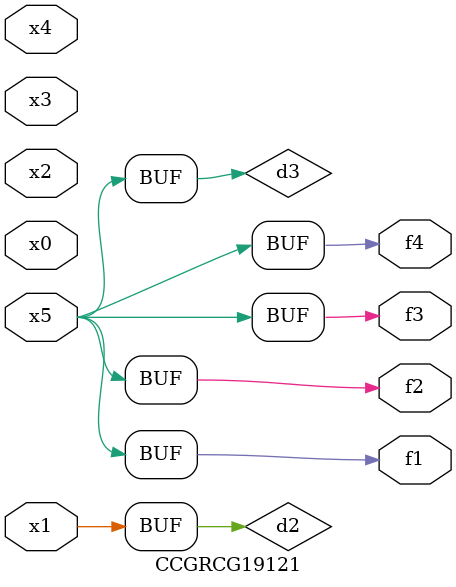
<source format=v>
module CCGRCG19121(
	input x0, x1, x2, x3, x4, x5,
	output f1, f2, f3, f4
);

	wire d1, d2, d3;

	not (d1, x5);
	or (d2, x1);
	xnor (d3, d1);
	assign f1 = d3;
	assign f2 = d3;
	assign f3 = d3;
	assign f4 = d3;
endmodule

</source>
